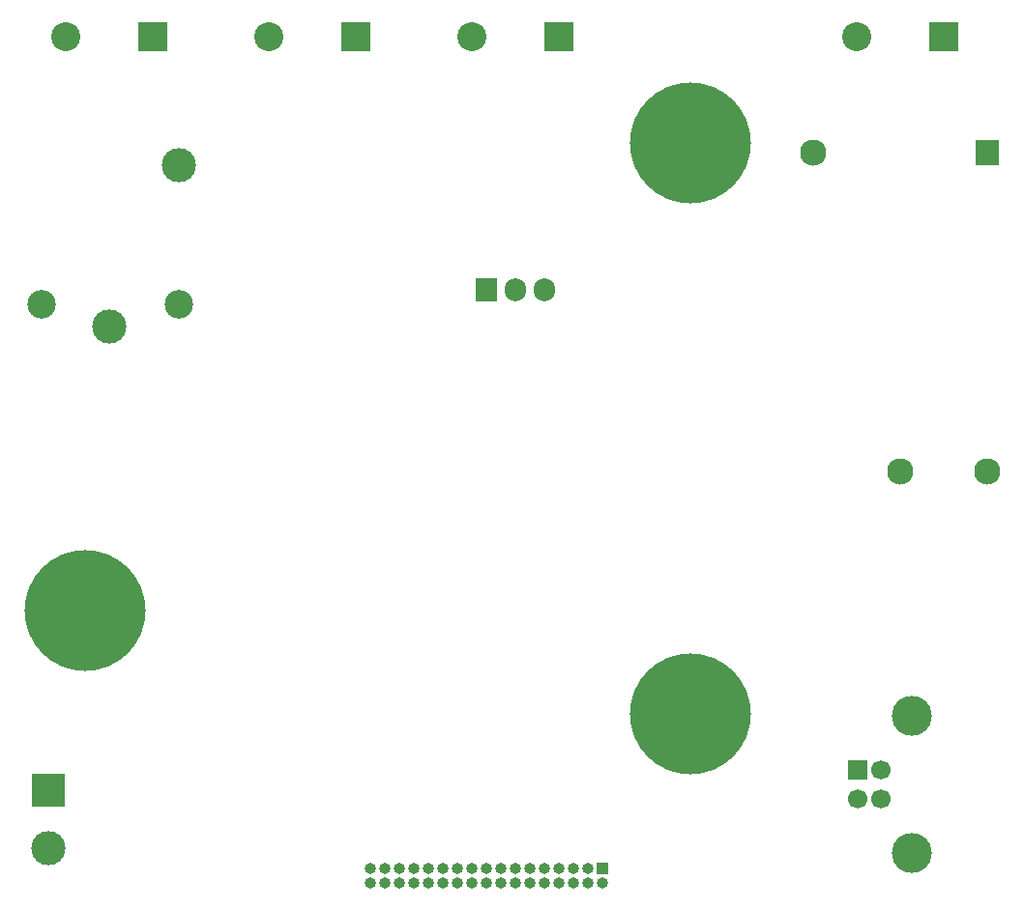
<source format=gbr>
%TF.GenerationSoftware,KiCad,Pcbnew,(5.1.7)-1*%
%TF.CreationDate,2021-04-04T08:26:08+02:00*%
%TF.ProjectId,Reflow_Ofen_V2,5265666c-6f77-45f4-9f66-656e5f56322e,rev?*%
%TF.SameCoordinates,Original*%
%TF.FileFunction,Soldermask,Bot*%
%TF.FilePolarity,Negative*%
%FSLAX46Y46*%
G04 Gerber Fmt 4.6, Leading zero omitted, Abs format (unit mm)*
G04 Created by KiCad (PCBNEW (5.1.7)-1) date 2021-04-04 08:26:08*
%MOMM*%
%LPD*%
G01*
G04 APERTURE LIST*
%ADD10O,1.000000X1.000000*%
%ADD11R,1.000000X1.000000*%
%ADD12C,2.500000*%
%ADD13C,3.000000*%
%ADD14R,1.700000X1.700000*%
%ADD15C,1.700000*%
%ADD16C,3.500000*%
%ADD17R,2.540000X2.540000*%
%ADD18C,2.540000*%
%ADD19R,1.905000X2.000000*%
%ADD20O,1.905000X2.000000*%
%ADD21C,10.600000*%
%ADD22C,0.900000*%
%ADD23C,2.300000*%
%ADD24R,2.000000X2.300000*%
%ADD25R,3.000000X3.000000*%
G04 APERTURE END LIST*
D10*
%TO.C,J1*%
X80010000Y-114808000D03*
X80010000Y-113538000D03*
X81280000Y-114808000D03*
X81280000Y-113538000D03*
X82550000Y-114808000D03*
X82550000Y-113538000D03*
X83820000Y-114808000D03*
X83820000Y-113538000D03*
X85090000Y-114808000D03*
X85090000Y-113538000D03*
X86360000Y-114808000D03*
X86360000Y-113538000D03*
X87630000Y-114808000D03*
X87630000Y-113538000D03*
X88900000Y-114808000D03*
X88900000Y-113538000D03*
X90170000Y-114808000D03*
X90170000Y-113538000D03*
X91440000Y-114808000D03*
X91440000Y-113538000D03*
X92710000Y-114808000D03*
X92710000Y-113538000D03*
X93980000Y-114808000D03*
X93980000Y-113538000D03*
X95250000Y-114808000D03*
X95250000Y-113538000D03*
X96520000Y-114808000D03*
X96520000Y-113538000D03*
X97790000Y-114808000D03*
X97790000Y-113538000D03*
X99060000Y-114808000D03*
X99060000Y-113538000D03*
X100330000Y-114808000D03*
D11*
X100330000Y-113538000D03*
%TD*%
D12*
%TO.C,K1*%
X63200000Y-64090000D03*
D13*
X63200000Y-51890000D03*
D12*
X51200000Y-64090000D03*
D13*
X57150000Y-66040000D03*
%TD*%
D14*
%TO.C,CONN1*%
X122682000Y-104942000D03*
D15*
X122682000Y-107442000D03*
X124682000Y-107442000D03*
X124682000Y-104942000D03*
D16*
X127392000Y-100172000D03*
X127392000Y-112212000D03*
%TD*%
D17*
%TO.C,CONN_AC1*%
X130175000Y-40640000D03*
D18*
X122555000Y-40640000D03*
%TD*%
D17*
%TO.C,CONN_HEATER1*%
X96520000Y-40640000D03*
D18*
X88900000Y-40640000D03*
%TD*%
%TO.C,CONN_LIGHT1*%
X71120000Y-40640000D03*
D17*
X78740000Y-40640000D03*
%TD*%
%TO.C,CONN_FAN1*%
X60960000Y-40640000D03*
D18*
X53340000Y-40640000D03*
%TD*%
D19*
%TO.C,D3*%
X90170000Y-62865000D03*
D20*
X92710000Y-62865000D03*
X95250000Y-62865000D03*
%TD*%
D21*
%TO.C,H1*%
X55000000Y-91000000D03*
D22*
X58975000Y-91000000D03*
X57810749Y-93810749D03*
X55000000Y-94975000D03*
X52189251Y-93810749D03*
X51025000Y-91000000D03*
X52189251Y-88189251D03*
X55000000Y-87025000D03*
X57810749Y-88189251D03*
%TD*%
%TO.C,H2*%
X110810749Y-47189251D03*
X108000000Y-46025000D03*
X105189251Y-47189251D03*
X104025000Y-50000000D03*
X105189251Y-52810749D03*
X108000000Y-53975000D03*
X110810749Y-52810749D03*
X111975000Y-50000000D03*
D21*
X108000000Y-50000000D03*
%TD*%
%TO.C,H3*%
X108000000Y-100000000D03*
D22*
X111975000Y-100000000D03*
X110810749Y-102810749D03*
X108000000Y-103975000D03*
X105189251Y-102810749D03*
X104025000Y-100000000D03*
X105189251Y-97189251D03*
X108000000Y-96025000D03*
X110810749Y-97189251D03*
%TD*%
D23*
%TO.C,PS1*%
X133985000Y-78800000D03*
D24*
X133985000Y-50800000D03*
D23*
X118785000Y-50800000D03*
X126385000Y-78800000D03*
%TD*%
D25*
%TO.C,THERMOCOUPLE1*%
X51816000Y-106680000D03*
D13*
X51816000Y-111760000D03*
%TD*%
M02*

</source>
